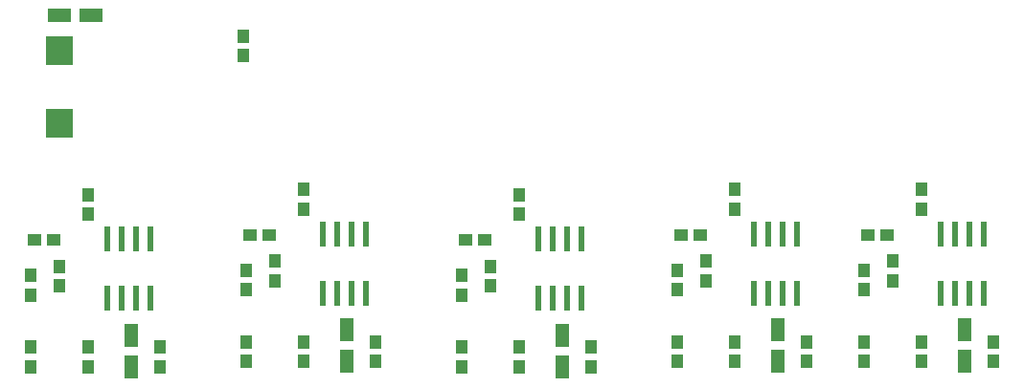
<source format=gtp>
G04 MADE WITH FRITZING*
G04 WWW.FRITZING.ORG*
G04 DOUBLE SIDED*
G04 HOLES PLATED*
G04 CONTOUR ON CENTER OF CONTOUR VECTOR*
%ASAXBY*%
%FSLAX23Y23*%
%MOIN*%
%OFA0B0*%
%SFA1.0B1.0*%
%ADD10R,0.094488X0.102362*%
%ADD11R,0.078740X0.047244*%
%ADD12R,0.043307X0.047244*%
%ADD13R,0.024000X0.087000*%
%ADD14R,0.047244X0.078740*%
%ADD15R,0.047244X0.043307*%
%LNPASTEMASK1*%
G90*
G70*
G54D10*
X150Y1357D03*
X150Y1609D03*
G54D11*
X260Y1731D03*
X150Y1731D03*
G54D12*
X789Y1591D03*
X789Y1658D03*
X50Y574D03*
X50Y507D03*
X2300Y591D03*
X2300Y524D03*
X2950Y591D03*
X2950Y524D03*
X1550Y574D03*
X1550Y507D03*
X800Y591D03*
X800Y524D03*
X250Y1040D03*
X250Y1107D03*
X3150Y1057D03*
X3150Y1124D03*
X2500Y1057D03*
X2500Y1124D03*
X1750Y1040D03*
X1750Y1107D03*
X1000Y1057D03*
X1000Y1124D03*
X500Y574D03*
X500Y507D03*
X3400Y591D03*
X3400Y524D03*
X2750Y591D03*
X2750Y524D03*
X2000Y574D03*
X2000Y507D03*
X1250Y591D03*
X1250Y524D03*
X50Y824D03*
X50Y757D03*
X2950Y841D03*
X2950Y774D03*
X2300Y841D03*
X2300Y774D03*
X800Y841D03*
X800Y774D03*
X1550Y824D03*
X1550Y757D03*
G54D13*
X368Y746D03*
X318Y952D03*
X418Y952D03*
X418Y746D03*
X368Y952D03*
X468Y746D03*
X468Y952D03*
X318Y746D03*
X1868Y746D03*
X1818Y952D03*
X1918Y952D03*
X1918Y746D03*
X1868Y952D03*
X1968Y746D03*
X1968Y952D03*
X1818Y746D03*
X1118Y763D03*
X1068Y969D03*
X1168Y969D03*
X1168Y763D03*
X1118Y969D03*
X1218Y763D03*
X1218Y969D03*
X1068Y763D03*
X2618Y763D03*
X2568Y969D03*
X2668Y969D03*
X2668Y763D03*
X2618Y969D03*
X2718Y763D03*
X2718Y969D03*
X2568Y763D03*
X3268Y763D03*
X3218Y969D03*
X3318Y969D03*
X3318Y763D03*
X3268Y969D03*
X3368Y763D03*
X3368Y969D03*
X3218Y763D03*
G54D14*
X400Y507D03*
X400Y617D03*
X2650Y524D03*
X2650Y634D03*
X1900Y507D03*
X1900Y617D03*
X1150Y524D03*
X1150Y634D03*
X3300Y524D03*
X3300Y634D03*
G54D12*
X250Y574D03*
X250Y507D03*
X3150Y591D03*
X3150Y524D03*
X2500Y591D03*
X2500Y524D03*
X1000Y591D03*
X1000Y524D03*
X1750Y574D03*
X1750Y507D03*
G54D15*
X131Y948D03*
X64Y948D03*
X3030Y965D03*
X2964Y965D03*
X2380Y965D03*
X2314Y965D03*
X881Y965D03*
X814Y965D03*
X1631Y948D03*
X1564Y948D03*
G54D12*
X150Y790D03*
X150Y857D03*
X3050Y807D03*
X3050Y874D03*
X2400Y807D03*
X2400Y874D03*
X900Y807D03*
X900Y874D03*
X1650Y790D03*
X1650Y857D03*
G04 End of PasteMask1*
M02*
</source>
